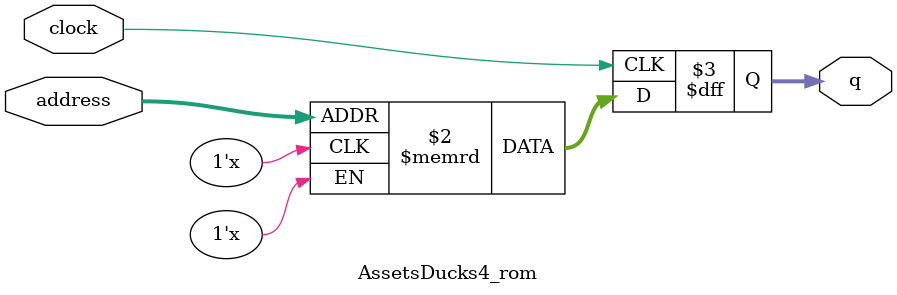
<source format=sv>
module AssetsDucks4_rom (
	input logic clock,
	input logic [11:0] address,
	output logic [3:0] q
);

logic [3:0] memory [0:4095] /* synthesis ram_init_file = "./AssetsDucks4/AssetsDucks4.mif" */;

always_ff @ (posedge clock) begin
	q <= memory[address];
end

endmodule

</source>
